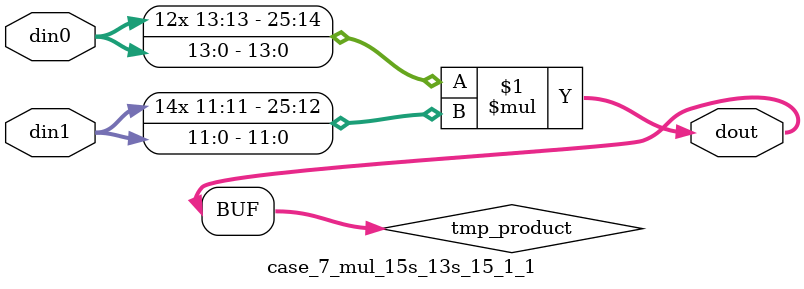
<source format=v>

`timescale 1 ns / 1 ps

 module case_7_mul_15s_13s_15_1_1(din0, din1, dout);
parameter ID = 1;
parameter NUM_STAGE = 0;
parameter din0_WIDTH = 14;
parameter din1_WIDTH = 12;
parameter dout_WIDTH = 26;

input [din0_WIDTH - 1 : 0] din0; 
input [din1_WIDTH - 1 : 0] din1; 
output [dout_WIDTH - 1 : 0] dout;

wire signed [dout_WIDTH - 1 : 0] tmp_product;



























assign tmp_product = $signed(din0) * $signed(din1);








assign dout = tmp_product;





















endmodule

</source>
